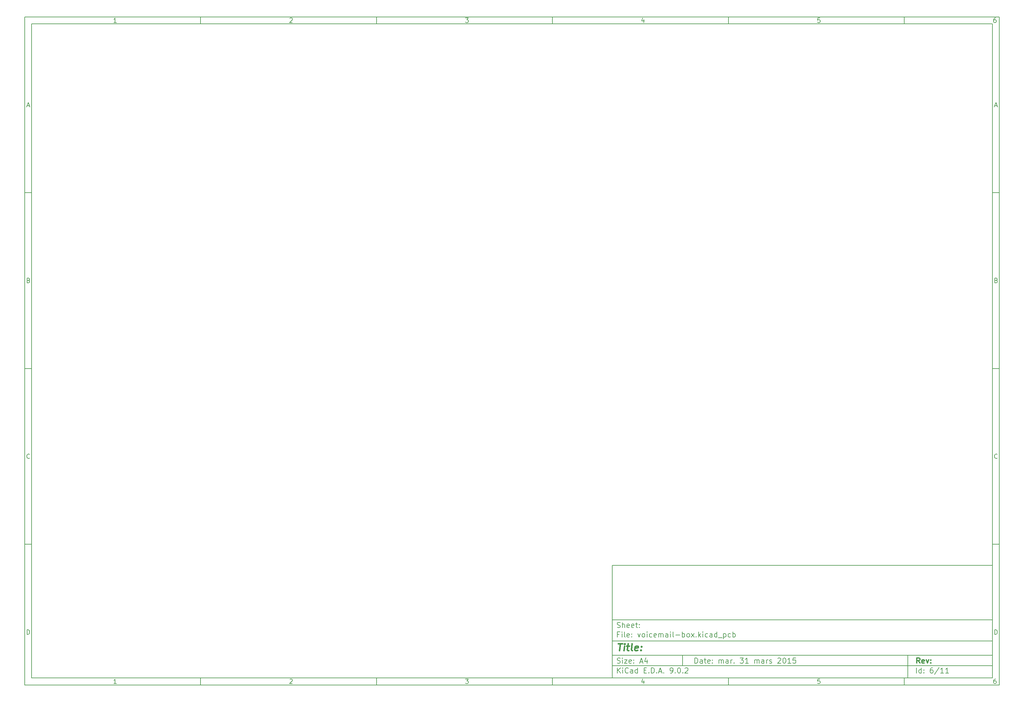
<source format=gbp>
%TF.GenerationSoftware,KiCad,Pcbnew,9.0.2*%
%TF.CreationDate,2025-05-30T11:40:44+02:00*%
%TF.ProjectId,voicemail-box,766f6963-656d-4616-996c-2d626f782e6b,rev?*%
%TF.SameCoordinates,PX5f5e100PY5f5e100*%
%TF.FileFunction,Paste,Bot*%
%TF.FilePolarity,Positive*%
%FSLAX45Y45*%
G04 Gerber Fmt 4.5, Leading zero omitted, Abs format (unit mm)*
G04 Created by KiCad (PCBNEW 9.0.2) date 2025-05-30 11:40:44*
%MOMM*%
%LPD*%
G01*
G04 APERTURE LIST*
%ADD10C,0.100000*%
%ADD11C,0.150000*%
%ADD12C,0.300000*%
%ADD13C,0.400000*%
G04 APERTURE END LIST*
D10*
D11*
X7700220Y-6600720D02*
X18500220Y-6600720D01*
X18500220Y-9800720D01*
X7700220Y-9800720D01*
X7700220Y-6600720D01*
D10*
D11*
X-9000000Y9000000D02*
X18700220Y9000000D01*
X18700220Y-10000720D01*
X-9000000Y-10000720D01*
X-9000000Y9000000D01*
D10*
D11*
X-8800000Y8800000D02*
X18500220Y8800000D01*
X18500220Y-9800720D01*
X-8800000Y-9800720D01*
X-8800000Y8800000D01*
D10*
D11*
X-4000000Y8800000D02*
X-4000000Y9000000D01*
D10*
D11*
X1000000Y8800000D02*
X1000000Y9000000D01*
D10*
D11*
X6000000Y8800000D02*
X6000000Y9000000D01*
D10*
D11*
X11000000Y8800000D02*
X11000000Y9000000D01*
D10*
D11*
X16000000Y8800000D02*
X16000000Y9000000D01*
D10*
D11*
X-6391084Y8840640D02*
X-6465370Y8840640D01*
X-6428227Y8840640D02*
X-6428227Y8970640D01*
X-6428227Y8970640D02*
X-6440608Y8952068D01*
X-6440608Y8952068D02*
X-6452989Y8939687D01*
X-6452989Y8939687D02*
X-6465370Y8933497D01*
D10*
D11*
X-1465370Y8958259D02*
X-1459179Y8964449D01*
X-1459179Y8964449D02*
X-1446798Y8970640D01*
X-1446798Y8970640D02*
X-1415846Y8970640D01*
X-1415846Y8970640D02*
X-1403465Y8964449D01*
X-1403465Y8964449D02*
X-1397275Y8958259D01*
X-1397275Y8958259D02*
X-1391084Y8945878D01*
X-1391084Y8945878D02*
X-1391084Y8933497D01*
X-1391084Y8933497D02*
X-1397275Y8914925D01*
X-1397275Y8914925D02*
X-1471560Y8840640D01*
X-1471560Y8840640D02*
X-1391084Y8840640D01*
D10*
D11*
X3528440Y8970640D02*
X3608916Y8970640D01*
X3608916Y8970640D02*
X3565583Y8921116D01*
X3565583Y8921116D02*
X3584154Y8921116D01*
X3584154Y8921116D02*
X3596535Y8914925D01*
X3596535Y8914925D02*
X3602725Y8908735D01*
X3602725Y8908735D02*
X3608916Y8896354D01*
X3608916Y8896354D02*
X3608916Y8865402D01*
X3608916Y8865402D02*
X3602725Y8853021D01*
X3602725Y8853021D02*
X3596535Y8846830D01*
X3596535Y8846830D02*
X3584154Y8840640D01*
X3584154Y8840640D02*
X3547011Y8840640D01*
X3547011Y8840640D02*
X3534630Y8846830D01*
X3534630Y8846830D02*
X3528440Y8853021D01*
D10*
D11*
X8596535Y8927306D02*
X8596535Y8840640D01*
X8565583Y8976830D02*
X8534630Y8883973D01*
X8534630Y8883973D02*
X8615106Y8883973D01*
D10*
D11*
X13602725Y8970640D02*
X13540821Y8970640D01*
X13540821Y8970640D02*
X13534630Y8908735D01*
X13534630Y8908735D02*
X13540821Y8914925D01*
X13540821Y8914925D02*
X13553202Y8921116D01*
X13553202Y8921116D02*
X13584154Y8921116D01*
X13584154Y8921116D02*
X13596535Y8914925D01*
X13596535Y8914925D02*
X13602725Y8908735D01*
X13602725Y8908735D02*
X13608916Y8896354D01*
X13608916Y8896354D02*
X13608916Y8865402D01*
X13608916Y8865402D02*
X13602725Y8853021D01*
X13602725Y8853021D02*
X13596535Y8846830D01*
X13596535Y8846830D02*
X13584154Y8840640D01*
X13584154Y8840640D02*
X13553202Y8840640D01*
X13553202Y8840640D02*
X13540821Y8846830D01*
X13540821Y8846830D02*
X13534630Y8853021D01*
D10*
D11*
X18596535Y8970640D02*
X18571773Y8970640D01*
X18571773Y8970640D02*
X18559392Y8964449D01*
X18559392Y8964449D02*
X18553202Y8958259D01*
X18553202Y8958259D02*
X18540821Y8939687D01*
X18540821Y8939687D02*
X18534630Y8914925D01*
X18534630Y8914925D02*
X18534630Y8865402D01*
X18534630Y8865402D02*
X18540821Y8853021D01*
X18540821Y8853021D02*
X18547011Y8846830D01*
X18547011Y8846830D02*
X18559392Y8840640D01*
X18559392Y8840640D02*
X18584154Y8840640D01*
X18584154Y8840640D02*
X18596535Y8846830D01*
X18596535Y8846830D02*
X18602726Y8853021D01*
X18602726Y8853021D02*
X18608916Y8865402D01*
X18608916Y8865402D02*
X18608916Y8896354D01*
X18608916Y8896354D02*
X18602726Y8908735D01*
X18602726Y8908735D02*
X18596535Y8914925D01*
X18596535Y8914925D02*
X18584154Y8921116D01*
X18584154Y8921116D02*
X18559392Y8921116D01*
X18559392Y8921116D02*
X18547011Y8914925D01*
X18547011Y8914925D02*
X18540821Y8908735D01*
X18540821Y8908735D02*
X18534630Y8896354D01*
D10*
D11*
X-4000000Y-9800720D02*
X-4000000Y-10000720D01*
D10*
D11*
X1000000Y-9800720D02*
X1000000Y-10000720D01*
D10*
D11*
X6000000Y-9800720D02*
X6000000Y-10000720D01*
D10*
D11*
X11000000Y-9800720D02*
X11000000Y-10000720D01*
D10*
D11*
X16000000Y-9800720D02*
X16000000Y-10000720D01*
D10*
D11*
X-6391084Y-9960080D02*
X-6465370Y-9960080D01*
X-6428227Y-9960080D02*
X-6428227Y-9830080D01*
X-6428227Y-9830080D02*
X-6440608Y-9848652D01*
X-6440608Y-9848652D02*
X-6452989Y-9861033D01*
X-6452989Y-9861033D02*
X-6465370Y-9867223D01*
D10*
D11*
X-1465370Y-9842461D02*
X-1459179Y-9836271D01*
X-1459179Y-9836271D02*
X-1446798Y-9830080D01*
X-1446798Y-9830080D02*
X-1415846Y-9830080D01*
X-1415846Y-9830080D02*
X-1403465Y-9836271D01*
X-1403465Y-9836271D02*
X-1397275Y-9842461D01*
X-1397275Y-9842461D02*
X-1391084Y-9854842D01*
X-1391084Y-9854842D02*
X-1391084Y-9867223D01*
X-1391084Y-9867223D02*
X-1397275Y-9885795D01*
X-1397275Y-9885795D02*
X-1471560Y-9960080D01*
X-1471560Y-9960080D02*
X-1391084Y-9960080D01*
D10*
D11*
X3528440Y-9830080D02*
X3608916Y-9830080D01*
X3608916Y-9830080D02*
X3565583Y-9879604D01*
X3565583Y-9879604D02*
X3584154Y-9879604D01*
X3584154Y-9879604D02*
X3596535Y-9885795D01*
X3596535Y-9885795D02*
X3602725Y-9891985D01*
X3602725Y-9891985D02*
X3608916Y-9904366D01*
X3608916Y-9904366D02*
X3608916Y-9935319D01*
X3608916Y-9935319D02*
X3602725Y-9947700D01*
X3602725Y-9947700D02*
X3596535Y-9953890D01*
X3596535Y-9953890D02*
X3584154Y-9960080D01*
X3584154Y-9960080D02*
X3547011Y-9960080D01*
X3547011Y-9960080D02*
X3534630Y-9953890D01*
X3534630Y-9953890D02*
X3528440Y-9947700D01*
D10*
D11*
X8596535Y-9873414D02*
X8596535Y-9960080D01*
X8565583Y-9823890D02*
X8534630Y-9916747D01*
X8534630Y-9916747D02*
X8615106Y-9916747D01*
D10*
D11*
X13602725Y-9830080D02*
X13540821Y-9830080D01*
X13540821Y-9830080D02*
X13534630Y-9891985D01*
X13534630Y-9891985D02*
X13540821Y-9885795D01*
X13540821Y-9885795D02*
X13553202Y-9879604D01*
X13553202Y-9879604D02*
X13584154Y-9879604D01*
X13584154Y-9879604D02*
X13596535Y-9885795D01*
X13596535Y-9885795D02*
X13602725Y-9891985D01*
X13602725Y-9891985D02*
X13608916Y-9904366D01*
X13608916Y-9904366D02*
X13608916Y-9935319D01*
X13608916Y-9935319D02*
X13602725Y-9947700D01*
X13602725Y-9947700D02*
X13596535Y-9953890D01*
X13596535Y-9953890D02*
X13584154Y-9960080D01*
X13584154Y-9960080D02*
X13553202Y-9960080D01*
X13553202Y-9960080D02*
X13540821Y-9953890D01*
X13540821Y-9953890D02*
X13534630Y-9947700D01*
D10*
D11*
X18596535Y-9830080D02*
X18571773Y-9830080D01*
X18571773Y-9830080D02*
X18559392Y-9836271D01*
X18559392Y-9836271D02*
X18553202Y-9842461D01*
X18553202Y-9842461D02*
X18540821Y-9861033D01*
X18540821Y-9861033D02*
X18534630Y-9885795D01*
X18534630Y-9885795D02*
X18534630Y-9935319D01*
X18534630Y-9935319D02*
X18540821Y-9947700D01*
X18540821Y-9947700D02*
X18547011Y-9953890D01*
X18547011Y-9953890D02*
X18559392Y-9960080D01*
X18559392Y-9960080D02*
X18584154Y-9960080D01*
X18584154Y-9960080D02*
X18596535Y-9953890D01*
X18596535Y-9953890D02*
X18602726Y-9947700D01*
X18602726Y-9947700D02*
X18608916Y-9935319D01*
X18608916Y-9935319D02*
X18608916Y-9904366D01*
X18608916Y-9904366D02*
X18602726Y-9891985D01*
X18602726Y-9891985D02*
X18596535Y-9885795D01*
X18596535Y-9885795D02*
X18584154Y-9879604D01*
X18584154Y-9879604D02*
X18559392Y-9879604D01*
X18559392Y-9879604D02*
X18547011Y-9885795D01*
X18547011Y-9885795D02*
X18540821Y-9891985D01*
X18540821Y-9891985D02*
X18534630Y-9904366D01*
D10*
D11*
X-9000000Y4000000D02*
X-8800000Y4000000D01*
D10*
D11*
X-9000000Y-1000000D02*
X-8800000Y-1000000D01*
D10*
D11*
X-9000000Y-6000000D02*
X-8800000Y-6000000D01*
D10*
D11*
X-8930952Y6477782D02*
X-8869048Y6477782D01*
X-8943333Y6440640D02*
X-8900000Y6570640D01*
X-8900000Y6570640D02*
X-8856667Y6440640D01*
D10*
D11*
X-8890714Y1508735D02*
X-8872143Y1502544D01*
X-8872143Y1502544D02*
X-8865952Y1496354D01*
X-8865952Y1496354D02*
X-8859762Y1483973D01*
X-8859762Y1483973D02*
X-8859762Y1465401D01*
X-8859762Y1465401D02*
X-8865952Y1453020D01*
X-8865952Y1453020D02*
X-8872143Y1446830D01*
X-8872143Y1446830D02*
X-8884524Y1440640D01*
X-8884524Y1440640D02*
X-8934048Y1440640D01*
X-8934048Y1440640D02*
X-8934048Y1570640D01*
X-8934048Y1570640D02*
X-8890714Y1570640D01*
X-8890714Y1570640D02*
X-8878333Y1564449D01*
X-8878333Y1564449D02*
X-8872143Y1558259D01*
X-8872143Y1558259D02*
X-8865952Y1545878D01*
X-8865952Y1545878D02*
X-8865952Y1533497D01*
X-8865952Y1533497D02*
X-8872143Y1521116D01*
X-8872143Y1521116D02*
X-8878333Y1514925D01*
X-8878333Y1514925D02*
X-8890714Y1508735D01*
X-8890714Y1508735D02*
X-8934048Y1508735D01*
D10*
D11*
X-8859762Y-3546979D02*
X-8865952Y-3553170D01*
X-8865952Y-3553170D02*
X-8884524Y-3559360D01*
X-8884524Y-3559360D02*
X-8896905Y-3559360D01*
X-8896905Y-3559360D02*
X-8915476Y-3553170D01*
X-8915476Y-3553170D02*
X-8927857Y-3540789D01*
X-8927857Y-3540789D02*
X-8934048Y-3528408D01*
X-8934048Y-3528408D02*
X-8940238Y-3503646D01*
X-8940238Y-3503646D02*
X-8940238Y-3485075D01*
X-8940238Y-3485075D02*
X-8934048Y-3460313D01*
X-8934048Y-3460313D02*
X-8927857Y-3447932D01*
X-8927857Y-3447932D02*
X-8915476Y-3435551D01*
X-8915476Y-3435551D02*
X-8896905Y-3429360D01*
X-8896905Y-3429360D02*
X-8884524Y-3429360D01*
X-8884524Y-3429360D02*
X-8865952Y-3435551D01*
X-8865952Y-3435551D02*
X-8859762Y-3441741D01*
D10*
D11*
X-8934048Y-8559360D02*
X-8934048Y-8429360D01*
X-8934048Y-8429360D02*
X-8903095Y-8429360D01*
X-8903095Y-8429360D02*
X-8884524Y-8435551D01*
X-8884524Y-8435551D02*
X-8872143Y-8447932D01*
X-8872143Y-8447932D02*
X-8865952Y-8460313D01*
X-8865952Y-8460313D02*
X-8859762Y-8485075D01*
X-8859762Y-8485075D02*
X-8859762Y-8503646D01*
X-8859762Y-8503646D02*
X-8865952Y-8528408D01*
X-8865952Y-8528408D02*
X-8872143Y-8540789D01*
X-8872143Y-8540789D02*
X-8884524Y-8553170D01*
X-8884524Y-8553170D02*
X-8903095Y-8559360D01*
X-8903095Y-8559360D02*
X-8934048Y-8559360D01*
D10*
D11*
X18700220Y4000000D02*
X18500220Y4000000D01*
D10*
D11*
X18700220Y-1000000D02*
X18500220Y-1000000D01*
D10*
D11*
X18700220Y-6000000D02*
X18500220Y-6000000D01*
D10*
D11*
X18569268Y6477782D02*
X18631172Y6477782D01*
X18556887Y6440640D02*
X18600220Y6570640D01*
X18600220Y6570640D02*
X18643553Y6440640D01*
D10*
D11*
X18609506Y1508735D02*
X18628077Y1502544D01*
X18628077Y1502544D02*
X18634268Y1496354D01*
X18634268Y1496354D02*
X18640458Y1483973D01*
X18640458Y1483973D02*
X18640458Y1465401D01*
X18640458Y1465401D02*
X18634268Y1453020D01*
X18634268Y1453020D02*
X18628077Y1446830D01*
X18628077Y1446830D02*
X18615696Y1440640D01*
X18615696Y1440640D02*
X18566172Y1440640D01*
X18566172Y1440640D02*
X18566172Y1570640D01*
X18566172Y1570640D02*
X18609506Y1570640D01*
X18609506Y1570640D02*
X18621887Y1564449D01*
X18621887Y1564449D02*
X18628077Y1558259D01*
X18628077Y1558259D02*
X18634268Y1545878D01*
X18634268Y1545878D02*
X18634268Y1533497D01*
X18634268Y1533497D02*
X18628077Y1521116D01*
X18628077Y1521116D02*
X18621887Y1514925D01*
X18621887Y1514925D02*
X18609506Y1508735D01*
X18609506Y1508735D02*
X18566172Y1508735D01*
D10*
D11*
X18640458Y-3546979D02*
X18634268Y-3553170D01*
X18634268Y-3553170D02*
X18615696Y-3559360D01*
X18615696Y-3559360D02*
X18603315Y-3559360D01*
X18603315Y-3559360D02*
X18584744Y-3553170D01*
X18584744Y-3553170D02*
X18572363Y-3540789D01*
X18572363Y-3540789D02*
X18566172Y-3528408D01*
X18566172Y-3528408D02*
X18559982Y-3503646D01*
X18559982Y-3503646D02*
X18559982Y-3485075D01*
X18559982Y-3485075D02*
X18566172Y-3460313D01*
X18566172Y-3460313D02*
X18572363Y-3447932D01*
X18572363Y-3447932D02*
X18584744Y-3435551D01*
X18584744Y-3435551D02*
X18603315Y-3429360D01*
X18603315Y-3429360D02*
X18615696Y-3429360D01*
X18615696Y-3429360D02*
X18634268Y-3435551D01*
X18634268Y-3435551D02*
X18640458Y-3441741D01*
D10*
D11*
X18566172Y-8559360D02*
X18566172Y-8429360D01*
X18566172Y-8429360D02*
X18597125Y-8429360D01*
X18597125Y-8429360D02*
X18615696Y-8435551D01*
X18615696Y-8435551D02*
X18628077Y-8447932D01*
X18628077Y-8447932D02*
X18634268Y-8460313D01*
X18634268Y-8460313D02*
X18640458Y-8485075D01*
X18640458Y-8485075D02*
X18640458Y-8503646D01*
X18640458Y-8503646D02*
X18634268Y-8528408D01*
X18634268Y-8528408D02*
X18628077Y-8540789D01*
X18628077Y-8540789D02*
X18615696Y-8553170D01*
X18615696Y-8553170D02*
X18597125Y-8559360D01*
X18597125Y-8559360D02*
X18566172Y-8559360D01*
D10*
D11*
X10045803Y-9379333D02*
X10045803Y-9229333D01*
X10045803Y-9229333D02*
X10081517Y-9229333D01*
X10081517Y-9229333D02*
X10102946Y-9236476D01*
X10102946Y-9236476D02*
X10117231Y-9250761D01*
X10117231Y-9250761D02*
X10124374Y-9265047D01*
X10124374Y-9265047D02*
X10131517Y-9293619D01*
X10131517Y-9293619D02*
X10131517Y-9315047D01*
X10131517Y-9315047D02*
X10124374Y-9343619D01*
X10124374Y-9343619D02*
X10117231Y-9357904D01*
X10117231Y-9357904D02*
X10102946Y-9372190D01*
X10102946Y-9372190D02*
X10081517Y-9379333D01*
X10081517Y-9379333D02*
X10045803Y-9379333D01*
X10260088Y-9379333D02*
X10260088Y-9300761D01*
X10260088Y-9300761D02*
X10252946Y-9286476D01*
X10252946Y-9286476D02*
X10238660Y-9279333D01*
X10238660Y-9279333D02*
X10210088Y-9279333D01*
X10210088Y-9279333D02*
X10195803Y-9286476D01*
X10260088Y-9372190D02*
X10245803Y-9379333D01*
X10245803Y-9379333D02*
X10210088Y-9379333D01*
X10210088Y-9379333D02*
X10195803Y-9372190D01*
X10195803Y-9372190D02*
X10188660Y-9357904D01*
X10188660Y-9357904D02*
X10188660Y-9343619D01*
X10188660Y-9343619D02*
X10195803Y-9329333D01*
X10195803Y-9329333D02*
X10210088Y-9322190D01*
X10210088Y-9322190D02*
X10245803Y-9322190D01*
X10245803Y-9322190D02*
X10260088Y-9315047D01*
X10310088Y-9279333D02*
X10367231Y-9279333D01*
X10331517Y-9229333D02*
X10331517Y-9357904D01*
X10331517Y-9357904D02*
X10338660Y-9372190D01*
X10338660Y-9372190D02*
X10352946Y-9379333D01*
X10352946Y-9379333D02*
X10367231Y-9379333D01*
X10474374Y-9372190D02*
X10460088Y-9379333D01*
X10460088Y-9379333D02*
X10431517Y-9379333D01*
X10431517Y-9379333D02*
X10417231Y-9372190D01*
X10417231Y-9372190D02*
X10410088Y-9357904D01*
X10410088Y-9357904D02*
X10410088Y-9300761D01*
X10410088Y-9300761D02*
X10417231Y-9286476D01*
X10417231Y-9286476D02*
X10431517Y-9279333D01*
X10431517Y-9279333D02*
X10460088Y-9279333D01*
X10460088Y-9279333D02*
X10474374Y-9286476D01*
X10474374Y-9286476D02*
X10481517Y-9300761D01*
X10481517Y-9300761D02*
X10481517Y-9315047D01*
X10481517Y-9315047D02*
X10410088Y-9329333D01*
X10545803Y-9365047D02*
X10552946Y-9372190D01*
X10552946Y-9372190D02*
X10545803Y-9379333D01*
X10545803Y-9379333D02*
X10538660Y-9372190D01*
X10538660Y-9372190D02*
X10545803Y-9365047D01*
X10545803Y-9365047D02*
X10545803Y-9379333D01*
X10545803Y-9286476D02*
X10552946Y-9293619D01*
X10552946Y-9293619D02*
X10545803Y-9300761D01*
X10545803Y-9300761D02*
X10538660Y-9293619D01*
X10538660Y-9293619D02*
X10545803Y-9286476D01*
X10545803Y-9286476D02*
X10545803Y-9300761D01*
X10731517Y-9379333D02*
X10731517Y-9279333D01*
X10731517Y-9293619D02*
X10738660Y-9286476D01*
X10738660Y-9286476D02*
X10752946Y-9279333D01*
X10752946Y-9279333D02*
X10774374Y-9279333D01*
X10774374Y-9279333D02*
X10788660Y-9286476D01*
X10788660Y-9286476D02*
X10795803Y-9300761D01*
X10795803Y-9300761D02*
X10795803Y-9379333D01*
X10795803Y-9300761D02*
X10802946Y-9286476D01*
X10802946Y-9286476D02*
X10817231Y-9279333D01*
X10817231Y-9279333D02*
X10838660Y-9279333D01*
X10838660Y-9279333D02*
X10852946Y-9286476D01*
X10852946Y-9286476D02*
X10860088Y-9300761D01*
X10860088Y-9300761D02*
X10860088Y-9379333D01*
X10995803Y-9379333D02*
X10995803Y-9300761D01*
X10995803Y-9300761D02*
X10988660Y-9286476D01*
X10988660Y-9286476D02*
X10974374Y-9279333D01*
X10974374Y-9279333D02*
X10945803Y-9279333D01*
X10945803Y-9279333D02*
X10931517Y-9286476D01*
X10995803Y-9372190D02*
X10981517Y-9379333D01*
X10981517Y-9379333D02*
X10945803Y-9379333D01*
X10945803Y-9379333D02*
X10931517Y-9372190D01*
X10931517Y-9372190D02*
X10924374Y-9357904D01*
X10924374Y-9357904D02*
X10924374Y-9343619D01*
X10924374Y-9343619D02*
X10931517Y-9329333D01*
X10931517Y-9329333D02*
X10945803Y-9322190D01*
X10945803Y-9322190D02*
X10981517Y-9322190D01*
X10981517Y-9322190D02*
X10995803Y-9315047D01*
X11067231Y-9379333D02*
X11067231Y-9279333D01*
X11067231Y-9307904D02*
X11074374Y-9293619D01*
X11074374Y-9293619D02*
X11081517Y-9286476D01*
X11081517Y-9286476D02*
X11095803Y-9279333D01*
X11095803Y-9279333D02*
X11110088Y-9279333D01*
X11160088Y-9365047D02*
X11167231Y-9372190D01*
X11167231Y-9372190D02*
X11160088Y-9379333D01*
X11160088Y-9379333D02*
X11152946Y-9372190D01*
X11152946Y-9372190D02*
X11160088Y-9365047D01*
X11160088Y-9365047D02*
X11160088Y-9379333D01*
X11331517Y-9229333D02*
X11424374Y-9229333D01*
X11424374Y-9229333D02*
X11374374Y-9286476D01*
X11374374Y-9286476D02*
X11395803Y-9286476D01*
X11395803Y-9286476D02*
X11410088Y-9293619D01*
X11410088Y-9293619D02*
X11417231Y-9300761D01*
X11417231Y-9300761D02*
X11424374Y-9315047D01*
X11424374Y-9315047D02*
X11424374Y-9350761D01*
X11424374Y-9350761D02*
X11417231Y-9365047D01*
X11417231Y-9365047D02*
X11410088Y-9372190D01*
X11410088Y-9372190D02*
X11395803Y-9379333D01*
X11395803Y-9379333D02*
X11352945Y-9379333D01*
X11352945Y-9379333D02*
X11338660Y-9372190D01*
X11338660Y-9372190D02*
X11331517Y-9365047D01*
X11567231Y-9379333D02*
X11481517Y-9379333D01*
X11524374Y-9379333D02*
X11524374Y-9229333D01*
X11524374Y-9229333D02*
X11510088Y-9250761D01*
X11510088Y-9250761D02*
X11495803Y-9265047D01*
X11495803Y-9265047D02*
X11481517Y-9272190D01*
X11745802Y-9379333D02*
X11745802Y-9279333D01*
X11745802Y-9293619D02*
X11752945Y-9286476D01*
X11752945Y-9286476D02*
X11767231Y-9279333D01*
X11767231Y-9279333D02*
X11788660Y-9279333D01*
X11788660Y-9279333D02*
X11802945Y-9286476D01*
X11802945Y-9286476D02*
X11810088Y-9300761D01*
X11810088Y-9300761D02*
X11810088Y-9379333D01*
X11810088Y-9300761D02*
X11817231Y-9286476D01*
X11817231Y-9286476D02*
X11831517Y-9279333D01*
X11831517Y-9279333D02*
X11852945Y-9279333D01*
X11852945Y-9279333D02*
X11867231Y-9286476D01*
X11867231Y-9286476D02*
X11874374Y-9300761D01*
X11874374Y-9300761D02*
X11874374Y-9379333D01*
X12010088Y-9379333D02*
X12010088Y-9300761D01*
X12010088Y-9300761D02*
X12002945Y-9286476D01*
X12002945Y-9286476D02*
X11988660Y-9279333D01*
X11988660Y-9279333D02*
X11960088Y-9279333D01*
X11960088Y-9279333D02*
X11945802Y-9286476D01*
X12010088Y-9372190D02*
X11995802Y-9379333D01*
X11995802Y-9379333D02*
X11960088Y-9379333D01*
X11960088Y-9379333D02*
X11945802Y-9372190D01*
X11945802Y-9372190D02*
X11938660Y-9357904D01*
X11938660Y-9357904D02*
X11938660Y-9343619D01*
X11938660Y-9343619D02*
X11945802Y-9329333D01*
X11945802Y-9329333D02*
X11960088Y-9322190D01*
X11960088Y-9322190D02*
X11995802Y-9322190D01*
X11995802Y-9322190D02*
X12010088Y-9315047D01*
X12081517Y-9379333D02*
X12081517Y-9279333D01*
X12081517Y-9307904D02*
X12088660Y-9293619D01*
X12088660Y-9293619D02*
X12095803Y-9286476D01*
X12095803Y-9286476D02*
X12110088Y-9279333D01*
X12110088Y-9279333D02*
X12124374Y-9279333D01*
X12167231Y-9372190D02*
X12181517Y-9379333D01*
X12181517Y-9379333D02*
X12210088Y-9379333D01*
X12210088Y-9379333D02*
X12224374Y-9372190D01*
X12224374Y-9372190D02*
X12231517Y-9357904D01*
X12231517Y-9357904D02*
X12231517Y-9350761D01*
X12231517Y-9350761D02*
X12224374Y-9336476D01*
X12224374Y-9336476D02*
X12210088Y-9329333D01*
X12210088Y-9329333D02*
X12188660Y-9329333D01*
X12188660Y-9329333D02*
X12174374Y-9322190D01*
X12174374Y-9322190D02*
X12167231Y-9307904D01*
X12167231Y-9307904D02*
X12167231Y-9300761D01*
X12167231Y-9300761D02*
X12174374Y-9286476D01*
X12174374Y-9286476D02*
X12188660Y-9279333D01*
X12188660Y-9279333D02*
X12210088Y-9279333D01*
X12210088Y-9279333D02*
X12224374Y-9286476D01*
X12402945Y-9243619D02*
X12410088Y-9236476D01*
X12410088Y-9236476D02*
X12424374Y-9229333D01*
X12424374Y-9229333D02*
X12460088Y-9229333D01*
X12460088Y-9229333D02*
X12474374Y-9236476D01*
X12474374Y-9236476D02*
X12481517Y-9243619D01*
X12481517Y-9243619D02*
X12488660Y-9257904D01*
X12488660Y-9257904D02*
X12488660Y-9272190D01*
X12488660Y-9272190D02*
X12481517Y-9293619D01*
X12481517Y-9293619D02*
X12395802Y-9379333D01*
X12395802Y-9379333D02*
X12488660Y-9379333D01*
X12581517Y-9229333D02*
X12595802Y-9229333D01*
X12595802Y-9229333D02*
X12610088Y-9236476D01*
X12610088Y-9236476D02*
X12617231Y-9243619D01*
X12617231Y-9243619D02*
X12624374Y-9257904D01*
X12624374Y-9257904D02*
X12631517Y-9286476D01*
X12631517Y-9286476D02*
X12631517Y-9322190D01*
X12631517Y-9322190D02*
X12624374Y-9350761D01*
X12624374Y-9350761D02*
X12617231Y-9365047D01*
X12617231Y-9365047D02*
X12610088Y-9372190D01*
X12610088Y-9372190D02*
X12595802Y-9379333D01*
X12595802Y-9379333D02*
X12581517Y-9379333D01*
X12581517Y-9379333D02*
X12567231Y-9372190D01*
X12567231Y-9372190D02*
X12560088Y-9365047D01*
X12560088Y-9365047D02*
X12552945Y-9350761D01*
X12552945Y-9350761D02*
X12545802Y-9322190D01*
X12545802Y-9322190D02*
X12545802Y-9286476D01*
X12545802Y-9286476D02*
X12552945Y-9257904D01*
X12552945Y-9257904D02*
X12560088Y-9243619D01*
X12560088Y-9243619D02*
X12567231Y-9236476D01*
X12567231Y-9236476D02*
X12581517Y-9229333D01*
X12774374Y-9379333D02*
X12688660Y-9379333D01*
X12731517Y-9379333D02*
X12731517Y-9229333D01*
X12731517Y-9229333D02*
X12717231Y-9250761D01*
X12717231Y-9250761D02*
X12702945Y-9265047D01*
X12702945Y-9265047D02*
X12688660Y-9272190D01*
X12910088Y-9229333D02*
X12838659Y-9229333D01*
X12838659Y-9229333D02*
X12831517Y-9300761D01*
X12831517Y-9300761D02*
X12838659Y-9293619D01*
X12838659Y-9293619D02*
X12852945Y-9286476D01*
X12852945Y-9286476D02*
X12888659Y-9286476D01*
X12888659Y-9286476D02*
X12902945Y-9293619D01*
X12902945Y-9293619D02*
X12910088Y-9300761D01*
X12910088Y-9300761D02*
X12917231Y-9315047D01*
X12917231Y-9315047D02*
X12917231Y-9350761D01*
X12917231Y-9350761D02*
X12910088Y-9365047D01*
X12910088Y-9365047D02*
X12902945Y-9372190D01*
X12902945Y-9372190D02*
X12888659Y-9379333D01*
X12888659Y-9379333D02*
X12852945Y-9379333D01*
X12852945Y-9379333D02*
X12838659Y-9372190D01*
X12838659Y-9372190D02*
X12831517Y-9365047D01*
D10*
D11*
X7700220Y-9450720D02*
X18500220Y-9450720D01*
D10*
D11*
X7845803Y-9659333D02*
X7845803Y-9509333D01*
X7931517Y-9659333D02*
X7867231Y-9573619D01*
X7931517Y-9509333D02*
X7845803Y-9595047D01*
X7995803Y-9659333D02*
X7995803Y-9559333D01*
X7995803Y-9509333D02*
X7988660Y-9516476D01*
X7988660Y-9516476D02*
X7995803Y-9523619D01*
X7995803Y-9523619D02*
X8002945Y-9516476D01*
X8002945Y-9516476D02*
X7995803Y-9509333D01*
X7995803Y-9509333D02*
X7995803Y-9523619D01*
X8152945Y-9645047D02*
X8145803Y-9652190D01*
X8145803Y-9652190D02*
X8124374Y-9659333D01*
X8124374Y-9659333D02*
X8110088Y-9659333D01*
X8110088Y-9659333D02*
X8088660Y-9652190D01*
X8088660Y-9652190D02*
X8074374Y-9637904D01*
X8074374Y-9637904D02*
X8067231Y-9623619D01*
X8067231Y-9623619D02*
X8060088Y-9595047D01*
X8060088Y-9595047D02*
X8060088Y-9573619D01*
X8060088Y-9573619D02*
X8067231Y-9545047D01*
X8067231Y-9545047D02*
X8074374Y-9530761D01*
X8074374Y-9530761D02*
X8088660Y-9516476D01*
X8088660Y-9516476D02*
X8110088Y-9509333D01*
X8110088Y-9509333D02*
X8124374Y-9509333D01*
X8124374Y-9509333D02*
X8145803Y-9516476D01*
X8145803Y-9516476D02*
X8152945Y-9523619D01*
X8281517Y-9659333D02*
X8281517Y-9580761D01*
X8281517Y-9580761D02*
X8274374Y-9566476D01*
X8274374Y-9566476D02*
X8260088Y-9559333D01*
X8260088Y-9559333D02*
X8231517Y-9559333D01*
X8231517Y-9559333D02*
X8217231Y-9566476D01*
X8281517Y-9652190D02*
X8267231Y-9659333D01*
X8267231Y-9659333D02*
X8231517Y-9659333D01*
X8231517Y-9659333D02*
X8217231Y-9652190D01*
X8217231Y-9652190D02*
X8210088Y-9637904D01*
X8210088Y-9637904D02*
X8210088Y-9623619D01*
X8210088Y-9623619D02*
X8217231Y-9609333D01*
X8217231Y-9609333D02*
X8231517Y-9602190D01*
X8231517Y-9602190D02*
X8267231Y-9602190D01*
X8267231Y-9602190D02*
X8281517Y-9595047D01*
X8417231Y-9659333D02*
X8417231Y-9509333D01*
X8417231Y-9652190D02*
X8402946Y-9659333D01*
X8402946Y-9659333D02*
X8374374Y-9659333D01*
X8374374Y-9659333D02*
X8360088Y-9652190D01*
X8360088Y-9652190D02*
X8352945Y-9645047D01*
X8352945Y-9645047D02*
X8345803Y-9630761D01*
X8345803Y-9630761D02*
X8345803Y-9587904D01*
X8345803Y-9587904D02*
X8352945Y-9573619D01*
X8352945Y-9573619D02*
X8360088Y-9566476D01*
X8360088Y-9566476D02*
X8374374Y-9559333D01*
X8374374Y-9559333D02*
X8402946Y-9559333D01*
X8402946Y-9559333D02*
X8417231Y-9566476D01*
X8602946Y-9580761D02*
X8652946Y-9580761D01*
X8674374Y-9659333D02*
X8602946Y-9659333D01*
X8602946Y-9659333D02*
X8602946Y-9509333D01*
X8602946Y-9509333D02*
X8674374Y-9509333D01*
X8738660Y-9645047D02*
X8745803Y-9652190D01*
X8745803Y-9652190D02*
X8738660Y-9659333D01*
X8738660Y-9659333D02*
X8731517Y-9652190D01*
X8731517Y-9652190D02*
X8738660Y-9645047D01*
X8738660Y-9645047D02*
X8738660Y-9659333D01*
X8810088Y-9659333D02*
X8810088Y-9509333D01*
X8810088Y-9509333D02*
X8845803Y-9509333D01*
X8845803Y-9509333D02*
X8867231Y-9516476D01*
X8867231Y-9516476D02*
X8881517Y-9530761D01*
X8881517Y-9530761D02*
X8888660Y-9545047D01*
X8888660Y-9545047D02*
X8895803Y-9573619D01*
X8895803Y-9573619D02*
X8895803Y-9595047D01*
X8895803Y-9595047D02*
X8888660Y-9623619D01*
X8888660Y-9623619D02*
X8881517Y-9637904D01*
X8881517Y-9637904D02*
X8867231Y-9652190D01*
X8867231Y-9652190D02*
X8845803Y-9659333D01*
X8845803Y-9659333D02*
X8810088Y-9659333D01*
X8960088Y-9645047D02*
X8967231Y-9652190D01*
X8967231Y-9652190D02*
X8960088Y-9659333D01*
X8960088Y-9659333D02*
X8952946Y-9652190D01*
X8952946Y-9652190D02*
X8960088Y-9645047D01*
X8960088Y-9645047D02*
X8960088Y-9659333D01*
X9024374Y-9616476D02*
X9095803Y-9616476D01*
X9010089Y-9659333D02*
X9060089Y-9509333D01*
X9060089Y-9509333D02*
X9110089Y-9659333D01*
X9160088Y-9645047D02*
X9167231Y-9652190D01*
X9167231Y-9652190D02*
X9160088Y-9659333D01*
X9160088Y-9659333D02*
X9152946Y-9652190D01*
X9152946Y-9652190D02*
X9160088Y-9645047D01*
X9160088Y-9645047D02*
X9160088Y-9659333D01*
X9352946Y-9659333D02*
X9381517Y-9659333D01*
X9381517Y-9659333D02*
X9395803Y-9652190D01*
X9395803Y-9652190D02*
X9402946Y-9645047D01*
X9402946Y-9645047D02*
X9417231Y-9623619D01*
X9417231Y-9623619D02*
X9424374Y-9595047D01*
X9424374Y-9595047D02*
X9424374Y-9537904D01*
X9424374Y-9537904D02*
X9417231Y-9523619D01*
X9417231Y-9523619D02*
X9410089Y-9516476D01*
X9410089Y-9516476D02*
X9395803Y-9509333D01*
X9395803Y-9509333D02*
X9367231Y-9509333D01*
X9367231Y-9509333D02*
X9352946Y-9516476D01*
X9352946Y-9516476D02*
X9345803Y-9523619D01*
X9345803Y-9523619D02*
X9338660Y-9537904D01*
X9338660Y-9537904D02*
X9338660Y-9573619D01*
X9338660Y-9573619D02*
X9345803Y-9587904D01*
X9345803Y-9587904D02*
X9352946Y-9595047D01*
X9352946Y-9595047D02*
X9367231Y-9602190D01*
X9367231Y-9602190D02*
X9395803Y-9602190D01*
X9395803Y-9602190D02*
X9410089Y-9595047D01*
X9410089Y-9595047D02*
X9417231Y-9587904D01*
X9417231Y-9587904D02*
X9424374Y-9573619D01*
X9488660Y-9645047D02*
X9495803Y-9652190D01*
X9495803Y-9652190D02*
X9488660Y-9659333D01*
X9488660Y-9659333D02*
X9481517Y-9652190D01*
X9481517Y-9652190D02*
X9488660Y-9645047D01*
X9488660Y-9645047D02*
X9488660Y-9659333D01*
X9588660Y-9509333D02*
X9602946Y-9509333D01*
X9602946Y-9509333D02*
X9617231Y-9516476D01*
X9617231Y-9516476D02*
X9624374Y-9523619D01*
X9624374Y-9523619D02*
X9631517Y-9537904D01*
X9631517Y-9537904D02*
X9638660Y-9566476D01*
X9638660Y-9566476D02*
X9638660Y-9602190D01*
X9638660Y-9602190D02*
X9631517Y-9630761D01*
X9631517Y-9630761D02*
X9624374Y-9645047D01*
X9624374Y-9645047D02*
X9617231Y-9652190D01*
X9617231Y-9652190D02*
X9602946Y-9659333D01*
X9602946Y-9659333D02*
X9588660Y-9659333D01*
X9588660Y-9659333D02*
X9574374Y-9652190D01*
X9574374Y-9652190D02*
X9567231Y-9645047D01*
X9567231Y-9645047D02*
X9560088Y-9630761D01*
X9560088Y-9630761D02*
X9552946Y-9602190D01*
X9552946Y-9602190D02*
X9552946Y-9566476D01*
X9552946Y-9566476D02*
X9560088Y-9537904D01*
X9560088Y-9537904D02*
X9567231Y-9523619D01*
X9567231Y-9523619D02*
X9574374Y-9516476D01*
X9574374Y-9516476D02*
X9588660Y-9509333D01*
X9702946Y-9645047D02*
X9710088Y-9652190D01*
X9710088Y-9652190D02*
X9702946Y-9659333D01*
X9702946Y-9659333D02*
X9695803Y-9652190D01*
X9695803Y-9652190D02*
X9702946Y-9645047D01*
X9702946Y-9645047D02*
X9702946Y-9659333D01*
X9767231Y-9523619D02*
X9774374Y-9516476D01*
X9774374Y-9516476D02*
X9788660Y-9509333D01*
X9788660Y-9509333D02*
X9824374Y-9509333D01*
X9824374Y-9509333D02*
X9838660Y-9516476D01*
X9838660Y-9516476D02*
X9845803Y-9523619D01*
X9845803Y-9523619D02*
X9852946Y-9537904D01*
X9852946Y-9537904D02*
X9852946Y-9552190D01*
X9852946Y-9552190D02*
X9845803Y-9573619D01*
X9845803Y-9573619D02*
X9760088Y-9659333D01*
X9760088Y-9659333D02*
X9852946Y-9659333D01*
D10*
D11*
X7700220Y-9150720D02*
X18500220Y-9150720D01*
D10*
D12*
X16441385Y-9378553D02*
X16391385Y-9307124D01*
X16355671Y-9378553D02*
X16355671Y-9228553D01*
X16355671Y-9228553D02*
X16412814Y-9228553D01*
X16412814Y-9228553D02*
X16427100Y-9235696D01*
X16427100Y-9235696D02*
X16434242Y-9242839D01*
X16434242Y-9242839D02*
X16441385Y-9257124D01*
X16441385Y-9257124D02*
X16441385Y-9278553D01*
X16441385Y-9278553D02*
X16434242Y-9292839D01*
X16434242Y-9292839D02*
X16427100Y-9299981D01*
X16427100Y-9299981D02*
X16412814Y-9307124D01*
X16412814Y-9307124D02*
X16355671Y-9307124D01*
X16562814Y-9371410D02*
X16548528Y-9378553D01*
X16548528Y-9378553D02*
X16519957Y-9378553D01*
X16519957Y-9378553D02*
X16505671Y-9371410D01*
X16505671Y-9371410D02*
X16498528Y-9357124D01*
X16498528Y-9357124D02*
X16498528Y-9299981D01*
X16498528Y-9299981D02*
X16505671Y-9285696D01*
X16505671Y-9285696D02*
X16519957Y-9278553D01*
X16519957Y-9278553D02*
X16548528Y-9278553D01*
X16548528Y-9278553D02*
X16562814Y-9285696D01*
X16562814Y-9285696D02*
X16569957Y-9299981D01*
X16569957Y-9299981D02*
X16569957Y-9314267D01*
X16569957Y-9314267D02*
X16498528Y-9328553D01*
X16619957Y-9278553D02*
X16655671Y-9378553D01*
X16655671Y-9378553D02*
X16691385Y-9278553D01*
X16748528Y-9364267D02*
X16755671Y-9371410D01*
X16755671Y-9371410D02*
X16748528Y-9378553D01*
X16748528Y-9378553D02*
X16741385Y-9371410D01*
X16741385Y-9371410D02*
X16748528Y-9364267D01*
X16748528Y-9364267D02*
X16748528Y-9378553D01*
X16748528Y-9285696D02*
X16755671Y-9292839D01*
X16755671Y-9292839D02*
X16748528Y-9299981D01*
X16748528Y-9299981D02*
X16741385Y-9292839D01*
X16741385Y-9292839D02*
X16748528Y-9285696D01*
X16748528Y-9285696D02*
X16748528Y-9299981D01*
D10*
D11*
X7838660Y-9372190D02*
X7860088Y-9379333D01*
X7860088Y-9379333D02*
X7895803Y-9379333D01*
X7895803Y-9379333D02*
X7910088Y-9372190D01*
X7910088Y-9372190D02*
X7917231Y-9365047D01*
X7917231Y-9365047D02*
X7924374Y-9350761D01*
X7924374Y-9350761D02*
X7924374Y-9336476D01*
X7924374Y-9336476D02*
X7917231Y-9322190D01*
X7917231Y-9322190D02*
X7910088Y-9315047D01*
X7910088Y-9315047D02*
X7895803Y-9307904D01*
X7895803Y-9307904D02*
X7867231Y-9300761D01*
X7867231Y-9300761D02*
X7852945Y-9293619D01*
X7852945Y-9293619D02*
X7845803Y-9286476D01*
X7845803Y-9286476D02*
X7838660Y-9272190D01*
X7838660Y-9272190D02*
X7838660Y-9257904D01*
X7838660Y-9257904D02*
X7845803Y-9243619D01*
X7845803Y-9243619D02*
X7852945Y-9236476D01*
X7852945Y-9236476D02*
X7867231Y-9229333D01*
X7867231Y-9229333D02*
X7902945Y-9229333D01*
X7902945Y-9229333D02*
X7924374Y-9236476D01*
X7988660Y-9379333D02*
X7988660Y-9279333D01*
X7988660Y-9229333D02*
X7981517Y-9236476D01*
X7981517Y-9236476D02*
X7988660Y-9243619D01*
X7988660Y-9243619D02*
X7995803Y-9236476D01*
X7995803Y-9236476D02*
X7988660Y-9229333D01*
X7988660Y-9229333D02*
X7988660Y-9243619D01*
X8045803Y-9279333D02*
X8124374Y-9279333D01*
X8124374Y-9279333D02*
X8045803Y-9379333D01*
X8045803Y-9379333D02*
X8124374Y-9379333D01*
X8238660Y-9372190D02*
X8224374Y-9379333D01*
X8224374Y-9379333D02*
X8195803Y-9379333D01*
X8195803Y-9379333D02*
X8181517Y-9372190D01*
X8181517Y-9372190D02*
X8174374Y-9357904D01*
X8174374Y-9357904D02*
X8174374Y-9300761D01*
X8174374Y-9300761D02*
X8181517Y-9286476D01*
X8181517Y-9286476D02*
X8195803Y-9279333D01*
X8195803Y-9279333D02*
X8224374Y-9279333D01*
X8224374Y-9279333D02*
X8238660Y-9286476D01*
X8238660Y-9286476D02*
X8245803Y-9300761D01*
X8245803Y-9300761D02*
X8245803Y-9315047D01*
X8245803Y-9315047D02*
X8174374Y-9329333D01*
X8310088Y-9365047D02*
X8317231Y-9372190D01*
X8317231Y-9372190D02*
X8310088Y-9379333D01*
X8310088Y-9379333D02*
X8302945Y-9372190D01*
X8302945Y-9372190D02*
X8310088Y-9365047D01*
X8310088Y-9365047D02*
X8310088Y-9379333D01*
X8310088Y-9286476D02*
X8317231Y-9293619D01*
X8317231Y-9293619D02*
X8310088Y-9300761D01*
X8310088Y-9300761D02*
X8302945Y-9293619D01*
X8302945Y-9293619D02*
X8310088Y-9286476D01*
X8310088Y-9286476D02*
X8310088Y-9300761D01*
X8488660Y-9336476D02*
X8560088Y-9336476D01*
X8474374Y-9379333D02*
X8524374Y-9229333D01*
X8524374Y-9229333D02*
X8574374Y-9379333D01*
X8688660Y-9279333D02*
X8688660Y-9379333D01*
X8652946Y-9222190D02*
X8617231Y-9329333D01*
X8617231Y-9329333D02*
X8710088Y-9329333D01*
D10*
D11*
X16345803Y-9659333D02*
X16345803Y-9509333D01*
X16481517Y-9659333D02*
X16481517Y-9509333D01*
X16481517Y-9652190D02*
X16467231Y-9659333D01*
X16467231Y-9659333D02*
X16438660Y-9659333D01*
X16438660Y-9659333D02*
X16424374Y-9652190D01*
X16424374Y-9652190D02*
X16417231Y-9645047D01*
X16417231Y-9645047D02*
X16410088Y-9630761D01*
X16410088Y-9630761D02*
X16410088Y-9587904D01*
X16410088Y-9587904D02*
X16417231Y-9573619D01*
X16417231Y-9573619D02*
X16424374Y-9566476D01*
X16424374Y-9566476D02*
X16438660Y-9559333D01*
X16438660Y-9559333D02*
X16467231Y-9559333D01*
X16467231Y-9559333D02*
X16481517Y-9566476D01*
X16552945Y-9645047D02*
X16560088Y-9652190D01*
X16560088Y-9652190D02*
X16552945Y-9659333D01*
X16552945Y-9659333D02*
X16545803Y-9652190D01*
X16545803Y-9652190D02*
X16552945Y-9645047D01*
X16552945Y-9645047D02*
X16552945Y-9659333D01*
X16552945Y-9566476D02*
X16560088Y-9573619D01*
X16560088Y-9573619D02*
X16552945Y-9580761D01*
X16552945Y-9580761D02*
X16545803Y-9573619D01*
X16545803Y-9573619D02*
X16552945Y-9566476D01*
X16552945Y-9566476D02*
X16552945Y-9580761D01*
X16802946Y-9509333D02*
X16774374Y-9509333D01*
X16774374Y-9509333D02*
X16760088Y-9516476D01*
X16760088Y-9516476D02*
X16752946Y-9523619D01*
X16752946Y-9523619D02*
X16738660Y-9545047D01*
X16738660Y-9545047D02*
X16731517Y-9573619D01*
X16731517Y-9573619D02*
X16731517Y-9630761D01*
X16731517Y-9630761D02*
X16738660Y-9645047D01*
X16738660Y-9645047D02*
X16745803Y-9652190D01*
X16745803Y-9652190D02*
X16760088Y-9659333D01*
X16760088Y-9659333D02*
X16788660Y-9659333D01*
X16788660Y-9659333D02*
X16802946Y-9652190D01*
X16802946Y-9652190D02*
X16810088Y-9645047D01*
X16810088Y-9645047D02*
X16817231Y-9630761D01*
X16817231Y-9630761D02*
X16817231Y-9595047D01*
X16817231Y-9595047D02*
X16810088Y-9580761D01*
X16810088Y-9580761D02*
X16802946Y-9573619D01*
X16802946Y-9573619D02*
X16788660Y-9566476D01*
X16788660Y-9566476D02*
X16760088Y-9566476D01*
X16760088Y-9566476D02*
X16745803Y-9573619D01*
X16745803Y-9573619D02*
X16738660Y-9580761D01*
X16738660Y-9580761D02*
X16731517Y-9595047D01*
X16988660Y-9502190D02*
X16860088Y-9695047D01*
X17117231Y-9659333D02*
X17031517Y-9659333D01*
X17074374Y-9659333D02*
X17074374Y-9509333D01*
X17074374Y-9509333D02*
X17060088Y-9530761D01*
X17060088Y-9530761D02*
X17045803Y-9545047D01*
X17045803Y-9545047D02*
X17031517Y-9552190D01*
X17260088Y-9659333D02*
X17174374Y-9659333D01*
X17217231Y-9659333D02*
X17217231Y-9509333D01*
X17217231Y-9509333D02*
X17202946Y-9530761D01*
X17202946Y-9530761D02*
X17188660Y-9545047D01*
X17188660Y-9545047D02*
X17174374Y-9552190D01*
D10*
D11*
X7700220Y-8750720D02*
X18500220Y-8750720D01*
D10*
D13*
X7869393Y-8821164D02*
X7983678Y-8821164D01*
X7901536Y-9021164D02*
X7926536Y-8821164D01*
X8025345Y-9021164D02*
X8042012Y-8887830D01*
X8050345Y-8821164D02*
X8039631Y-8830688D01*
X8039631Y-8830688D02*
X8047964Y-8840211D01*
X8047964Y-8840211D02*
X8058679Y-8830688D01*
X8058679Y-8830688D02*
X8050345Y-8821164D01*
X8050345Y-8821164D02*
X8047964Y-8840211D01*
X8108679Y-8887830D02*
X8184869Y-8887830D01*
X8145583Y-8821164D02*
X8124155Y-8992592D01*
X8124155Y-8992592D02*
X8131298Y-9011640D01*
X8131298Y-9011640D02*
X8149155Y-9021164D01*
X8149155Y-9021164D02*
X8168202Y-9021164D01*
X8263440Y-9021164D02*
X8245583Y-9011640D01*
X8245583Y-9011640D02*
X8238440Y-8992592D01*
X8238440Y-8992592D02*
X8259869Y-8821164D01*
X8417012Y-9011640D02*
X8396774Y-9021164D01*
X8396774Y-9021164D02*
X8358678Y-9021164D01*
X8358678Y-9021164D02*
X8340821Y-9011640D01*
X8340821Y-9011640D02*
X8333678Y-8992592D01*
X8333678Y-8992592D02*
X8343202Y-8916402D01*
X8343202Y-8916402D02*
X8355107Y-8897354D01*
X8355107Y-8897354D02*
X8375345Y-8887830D01*
X8375345Y-8887830D02*
X8413440Y-8887830D01*
X8413440Y-8887830D02*
X8431298Y-8897354D01*
X8431298Y-8897354D02*
X8438440Y-8916402D01*
X8438440Y-8916402D02*
X8436060Y-8935450D01*
X8436060Y-8935450D02*
X8338440Y-8954497D01*
X8513441Y-9002116D02*
X8521774Y-9011640D01*
X8521774Y-9011640D02*
X8511060Y-9021164D01*
X8511060Y-9021164D02*
X8502726Y-9011640D01*
X8502726Y-9011640D02*
X8513441Y-9002116D01*
X8513441Y-9002116D02*
X8511060Y-9021164D01*
X8526536Y-8897354D02*
X8534869Y-8906878D01*
X8534869Y-8906878D02*
X8524155Y-8916402D01*
X8524155Y-8916402D02*
X8515821Y-8906878D01*
X8515821Y-8906878D02*
X8526536Y-8897354D01*
X8526536Y-8897354D02*
X8524155Y-8916402D01*
D10*
D11*
X7895803Y-8560761D02*
X7845803Y-8560761D01*
X7845803Y-8639333D02*
X7845803Y-8489333D01*
X7845803Y-8489333D02*
X7917231Y-8489333D01*
X7974374Y-8639333D02*
X7974374Y-8539333D01*
X7974374Y-8489333D02*
X7967231Y-8496476D01*
X7967231Y-8496476D02*
X7974374Y-8503619D01*
X7974374Y-8503619D02*
X7981517Y-8496476D01*
X7981517Y-8496476D02*
X7974374Y-8489333D01*
X7974374Y-8489333D02*
X7974374Y-8503619D01*
X8067231Y-8639333D02*
X8052945Y-8632190D01*
X8052945Y-8632190D02*
X8045803Y-8617904D01*
X8045803Y-8617904D02*
X8045803Y-8489333D01*
X8181517Y-8632190D02*
X8167231Y-8639333D01*
X8167231Y-8639333D02*
X8138660Y-8639333D01*
X8138660Y-8639333D02*
X8124374Y-8632190D01*
X8124374Y-8632190D02*
X8117231Y-8617904D01*
X8117231Y-8617904D02*
X8117231Y-8560761D01*
X8117231Y-8560761D02*
X8124374Y-8546476D01*
X8124374Y-8546476D02*
X8138660Y-8539333D01*
X8138660Y-8539333D02*
X8167231Y-8539333D01*
X8167231Y-8539333D02*
X8181517Y-8546476D01*
X8181517Y-8546476D02*
X8188660Y-8560761D01*
X8188660Y-8560761D02*
X8188660Y-8575047D01*
X8188660Y-8575047D02*
X8117231Y-8589333D01*
X8252945Y-8625047D02*
X8260088Y-8632190D01*
X8260088Y-8632190D02*
X8252945Y-8639333D01*
X8252945Y-8639333D02*
X8245803Y-8632190D01*
X8245803Y-8632190D02*
X8252945Y-8625047D01*
X8252945Y-8625047D02*
X8252945Y-8639333D01*
X8252945Y-8546476D02*
X8260088Y-8553619D01*
X8260088Y-8553619D02*
X8252945Y-8560761D01*
X8252945Y-8560761D02*
X8245803Y-8553619D01*
X8245803Y-8553619D02*
X8252945Y-8546476D01*
X8252945Y-8546476D02*
X8252945Y-8560761D01*
X8424374Y-8539333D02*
X8460088Y-8639333D01*
X8460088Y-8639333D02*
X8495803Y-8539333D01*
X8574374Y-8639333D02*
X8560088Y-8632190D01*
X8560088Y-8632190D02*
X8552945Y-8625047D01*
X8552945Y-8625047D02*
X8545803Y-8610761D01*
X8545803Y-8610761D02*
X8545803Y-8567904D01*
X8545803Y-8567904D02*
X8552945Y-8553619D01*
X8552945Y-8553619D02*
X8560088Y-8546476D01*
X8560088Y-8546476D02*
X8574374Y-8539333D01*
X8574374Y-8539333D02*
X8595803Y-8539333D01*
X8595803Y-8539333D02*
X8610088Y-8546476D01*
X8610088Y-8546476D02*
X8617231Y-8553619D01*
X8617231Y-8553619D02*
X8624374Y-8567904D01*
X8624374Y-8567904D02*
X8624374Y-8610761D01*
X8624374Y-8610761D02*
X8617231Y-8625047D01*
X8617231Y-8625047D02*
X8610088Y-8632190D01*
X8610088Y-8632190D02*
X8595803Y-8639333D01*
X8595803Y-8639333D02*
X8574374Y-8639333D01*
X8688660Y-8639333D02*
X8688660Y-8539333D01*
X8688660Y-8489333D02*
X8681517Y-8496476D01*
X8681517Y-8496476D02*
X8688660Y-8503619D01*
X8688660Y-8503619D02*
X8695803Y-8496476D01*
X8695803Y-8496476D02*
X8688660Y-8489333D01*
X8688660Y-8489333D02*
X8688660Y-8503619D01*
X8824374Y-8632190D02*
X8810088Y-8639333D01*
X8810088Y-8639333D02*
X8781517Y-8639333D01*
X8781517Y-8639333D02*
X8767231Y-8632190D01*
X8767231Y-8632190D02*
X8760088Y-8625047D01*
X8760088Y-8625047D02*
X8752946Y-8610761D01*
X8752946Y-8610761D02*
X8752946Y-8567904D01*
X8752946Y-8567904D02*
X8760088Y-8553619D01*
X8760088Y-8553619D02*
X8767231Y-8546476D01*
X8767231Y-8546476D02*
X8781517Y-8539333D01*
X8781517Y-8539333D02*
X8810088Y-8539333D01*
X8810088Y-8539333D02*
X8824374Y-8546476D01*
X8945803Y-8632190D02*
X8931517Y-8639333D01*
X8931517Y-8639333D02*
X8902946Y-8639333D01*
X8902946Y-8639333D02*
X8888660Y-8632190D01*
X8888660Y-8632190D02*
X8881517Y-8617904D01*
X8881517Y-8617904D02*
X8881517Y-8560761D01*
X8881517Y-8560761D02*
X8888660Y-8546476D01*
X8888660Y-8546476D02*
X8902946Y-8539333D01*
X8902946Y-8539333D02*
X8931517Y-8539333D01*
X8931517Y-8539333D02*
X8945803Y-8546476D01*
X8945803Y-8546476D02*
X8952946Y-8560761D01*
X8952946Y-8560761D02*
X8952946Y-8575047D01*
X8952946Y-8575047D02*
X8881517Y-8589333D01*
X9017231Y-8639333D02*
X9017231Y-8539333D01*
X9017231Y-8553619D02*
X9024374Y-8546476D01*
X9024374Y-8546476D02*
X9038660Y-8539333D01*
X9038660Y-8539333D02*
X9060088Y-8539333D01*
X9060088Y-8539333D02*
X9074374Y-8546476D01*
X9074374Y-8546476D02*
X9081517Y-8560761D01*
X9081517Y-8560761D02*
X9081517Y-8639333D01*
X9081517Y-8560761D02*
X9088660Y-8546476D01*
X9088660Y-8546476D02*
X9102945Y-8539333D01*
X9102945Y-8539333D02*
X9124374Y-8539333D01*
X9124374Y-8539333D02*
X9138660Y-8546476D01*
X9138660Y-8546476D02*
X9145803Y-8560761D01*
X9145803Y-8560761D02*
X9145803Y-8639333D01*
X9281517Y-8639333D02*
X9281517Y-8560761D01*
X9281517Y-8560761D02*
X9274374Y-8546476D01*
X9274374Y-8546476D02*
X9260088Y-8539333D01*
X9260088Y-8539333D02*
X9231517Y-8539333D01*
X9231517Y-8539333D02*
X9217231Y-8546476D01*
X9281517Y-8632190D02*
X9267231Y-8639333D01*
X9267231Y-8639333D02*
X9231517Y-8639333D01*
X9231517Y-8639333D02*
X9217231Y-8632190D01*
X9217231Y-8632190D02*
X9210088Y-8617904D01*
X9210088Y-8617904D02*
X9210088Y-8603619D01*
X9210088Y-8603619D02*
X9217231Y-8589333D01*
X9217231Y-8589333D02*
X9231517Y-8582190D01*
X9231517Y-8582190D02*
X9267231Y-8582190D01*
X9267231Y-8582190D02*
X9281517Y-8575047D01*
X9352945Y-8639333D02*
X9352945Y-8539333D01*
X9352945Y-8489333D02*
X9345803Y-8496476D01*
X9345803Y-8496476D02*
X9352945Y-8503619D01*
X9352945Y-8503619D02*
X9360088Y-8496476D01*
X9360088Y-8496476D02*
X9352945Y-8489333D01*
X9352945Y-8489333D02*
X9352945Y-8503619D01*
X9445803Y-8639333D02*
X9431517Y-8632190D01*
X9431517Y-8632190D02*
X9424374Y-8617904D01*
X9424374Y-8617904D02*
X9424374Y-8489333D01*
X9502945Y-8582190D02*
X9617231Y-8582190D01*
X9688660Y-8639333D02*
X9688660Y-8489333D01*
X9688660Y-8546476D02*
X9702946Y-8539333D01*
X9702946Y-8539333D02*
X9731517Y-8539333D01*
X9731517Y-8539333D02*
X9745803Y-8546476D01*
X9745803Y-8546476D02*
X9752946Y-8553619D01*
X9752946Y-8553619D02*
X9760088Y-8567904D01*
X9760088Y-8567904D02*
X9760088Y-8610761D01*
X9760088Y-8610761D02*
X9752946Y-8625047D01*
X9752946Y-8625047D02*
X9745803Y-8632190D01*
X9745803Y-8632190D02*
X9731517Y-8639333D01*
X9731517Y-8639333D02*
X9702946Y-8639333D01*
X9702946Y-8639333D02*
X9688660Y-8632190D01*
X9845803Y-8639333D02*
X9831517Y-8632190D01*
X9831517Y-8632190D02*
X9824374Y-8625047D01*
X9824374Y-8625047D02*
X9817231Y-8610761D01*
X9817231Y-8610761D02*
X9817231Y-8567904D01*
X9817231Y-8567904D02*
X9824374Y-8553619D01*
X9824374Y-8553619D02*
X9831517Y-8546476D01*
X9831517Y-8546476D02*
X9845803Y-8539333D01*
X9845803Y-8539333D02*
X9867231Y-8539333D01*
X9867231Y-8539333D02*
X9881517Y-8546476D01*
X9881517Y-8546476D02*
X9888660Y-8553619D01*
X9888660Y-8553619D02*
X9895803Y-8567904D01*
X9895803Y-8567904D02*
X9895803Y-8610761D01*
X9895803Y-8610761D02*
X9888660Y-8625047D01*
X9888660Y-8625047D02*
X9881517Y-8632190D01*
X9881517Y-8632190D02*
X9867231Y-8639333D01*
X9867231Y-8639333D02*
X9845803Y-8639333D01*
X9945803Y-8639333D02*
X10024374Y-8539333D01*
X9945803Y-8539333D02*
X10024374Y-8639333D01*
X10081517Y-8625047D02*
X10088660Y-8632190D01*
X10088660Y-8632190D02*
X10081517Y-8639333D01*
X10081517Y-8639333D02*
X10074374Y-8632190D01*
X10074374Y-8632190D02*
X10081517Y-8625047D01*
X10081517Y-8625047D02*
X10081517Y-8639333D01*
X10152946Y-8639333D02*
X10152946Y-8489333D01*
X10167231Y-8582190D02*
X10210088Y-8639333D01*
X10210088Y-8539333D02*
X10152946Y-8596476D01*
X10274374Y-8639333D02*
X10274374Y-8539333D01*
X10274374Y-8489333D02*
X10267231Y-8496476D01*
X10267231Y-8496476D02*
X10274374Y-8503619D01*
X10274374Y-8503619D02*
X10281517Y-8496476D01*
X10281517Y-8496476D02*
X10274374Y-8489333D01*
X10274374Y-8489333D02*
X10274374Y-8503619D01*
X10410089Y-8632190D02*
X10395803Y-8639333D01*
X10395803Y-8639333D02*
X10367231Y-8639333D01*
X10367231Y-8639333D02*
X10352946Y-8632190D01*
X10352946Y-8632190D02*
X10345803Y-8625047D01*
X10345803Y-8625047D02*
X10338660Y-8610761D01*
X10338660Y-8610761D02*
X10338660Y-8567904D01*
X10338660Y-8567904D02*
X10345803Y-8553619D01*
X10345803Y-8553619D02*
X10352946Y-8546476D01*
X10352946Y-8546476D02*
X10367231Y-8539333D01*
X10367231Y-8539333D02*
X10395803Y-8539333D01*
X10395803Y-8539333D02*
X10410089Y-8546476D01*
X10538660Y-8639333D02*
X10538660Y-8560761D01*
X10538660Y-8560761D02*
X10531517Y-8546476D01*
X10531517Y-8546476D02*
X10517231Y-8539333D01*
X10517231Y-8539333D02*
X10488660Y-8539333D01*
X10488660Y-8539333D02*
X10474374Y-8546476D01*
X10538660Y-8632190D02*
X10524374Y-8639333D01*
X10524374Y-8639333D02*
X10488660Y-8639333D01*
X10488660Y-8639333D02*
X10474374Y-8632190D01*
X10474374Y-8632190D02*
X10467231Y-8617904D01*
X10467231Y-8617904D02*
X10467231Y-8603619D01*
X10467231Y-8603619D02*
X10474374Y-8589333D01*
X10474374Y-8589333D02*
X10488660Y-8582190D01*
X10488660Y-8582190D02*
X10524374Y-8582190D01*
X10524374Y-8582190D02*
X10538660Y-8575047D01*
X10674374Y-8639333D02*
X10674374Y-8489333D01*
X10674374Y-8632190D02*
X10660088Y-8639333D01*
X10660088Y-8639333D02*
X10631517Y-8639333D01*
X10631517Y-8639333D02*
X10617231Y-8632190D01*
X10617231Y-8632190D02*
X10610088Y-8625047D01*
X10610088Y-8625047D02*
X10602946Y-8610761D01*
X10602946Y-8610761D02*
X10602946Y-8567904D01*
X10602946Y-8567904D02*
X10610088Y-8553619D01*
X10610088Y-8553619D02*
X10617231Y-8546476D01*
X10617231Y-8546476D02*
X10631517Y-8539333D01*
X10631517Y-8539333D02*
X10660088Y-8539333D01*
X10660088Y-8539333D02*
X10674374Y-8546476D01*
X10710089Y-8653619D02*
X10824374Y-8653619D01*
X10860088Y-8539333D02*
X10860088Y-8689333D01*
X10860088Y-8546476D02*
X10874374Y-8539333D01*
X10874374Y-8539333D02*
X10902946Y-8539333D01*
X10902946Y-8539333D02*
X10917231Y-8546476D01*
X10917231Y-8546476D02*
X10924374Y-8553619D01*
X10924374Y-8553619D02*
X10931517Y-8567904D01*
X10931517Y-8567904D02*
X10931517Y-8610761D01*
X10931517Y-8610761D02*
X10924374Y-8625047D01*
X10924374Y-8625047D02*
X10917231Y-8632190D01*
X10917231Y-8632190D02*
X10902946Y-8639333D01*
X10902946Y-8639333D02*
X10874374Y-8639333D01*
X10874374Y-8639333D02*
X10860088Y-8632190D01*
X11060089Y-8632190D02*
X11045803Y-8639333D01*
X11045803Y-8639333D02*
X11017231Y-8639333D01*
X11017231Y-8639333D02*
X11002946Y-8632190D01*
X11002946Y-8632190D02*
X10995803Y-8625047D01*
X10995803Y-8625047D02*
X10988660Y-8610761D01*
X10988660Y-8610761D02*
X10988660Y-8567904D01*
X10988660Y-8567904D02*
X10995803Y-8553619D01*
X10995803Y-8553619D02*
X11002946Y-8546476D01*
X11002946Y-8546476D02*
X11017231Y-8539333D01*
X11017231Y-8539333D02*
X11045803Y-8539333D01*
X11045803Y-8539333D02*
X11060089Y-8546476D01*
X11124374Y-8639333D02*
X11124374Y-8489333D01*
X11124374Y-8546476D02*
X11138660Y-8539333D01*
X11138660Y-8539333D02*
X11167231Y-8539333D01*
X11167231Y-8539333D02*
X11181517Y-8546476D01*
X11181517Y-8546476D02*
X11188660Y-8553619D01*
X11188660Y-8553619D02*
X11195803Y-8567904D01*
X11195803Y-8567904D02*
X11195803Y-8610761D01*
X11195803Y-8610761D02*
X11188660Y-8625047D01*
X11188660Y-8625047D02*
X11181517Y-8632190D01*
X11181517Y-8632190D02*
X11167231Y-8639333D01*
X11167231Y-8639333D02*
X11138660Y-8639333D01*
X11138660Y-8639333D02*
X11124374Y-8632190D01*
D10*
D11*
X7700220Y-8150720D02*
X18500220Y-8150720D01*
D10*
D11*
X7838660Y-8362190D02*
X7860088Y-8369333D01*
X7860088Y-8369333D02*
X7895803Y-8369333D01*
X7895803Y-8369333D02*
X7910088Y-8362190D01*
X7910088Y-8362190D02*
X7917231Y-8355047D01*
X7917231Y-8355047D02*
X7924374Y-8340761D01*
X7924374Y-8340761D02*
X7924374Y-8326476D01*
X7924374Y-8326476D02*
X7917231Y-8312190D01*
X7917231Y-8312190D02*
X7910088Y-8305047D01*
X7910088Y-8305047D02*
X7895803Y-8297904D01*
X7895803Y-8297904D02*
X7867231Y-8290761D01*
X7867231Y-8290761D02*
X7852945Y-8283618D01*
X7852945Y-8283618D02*
X7845803Y-8276476D01*
X7845803Y-8276476D02*
X7838660Y-8262190D01*
X7838660Y-8262190D02*
X7838660Y-8247904D01*
X7838660Y-8247904D02*
X7845803Y-8233618D01*
X7845803Y-8233618D02*
X7852945Y-8226476D01*
X7852945Y-8226476D02*
X7867231Y-8219333D01*
X7867231Y-8219333D02*
X7902945Y-8219333D01*
X7902945Y-8219333D02*
X7924374Y-8226476D01*
X7988660Y-8369333D02*
X7988660Y-8219333D01*
X8052945Y-8369333D02*
X8052945Y-8290761D01*
X8052945Y-8290761D02*
X8045803Y-8276476D01*
X8045803Y-8276476D02*
X8031517Y-8269333D01*
X8031517Y-8269333D02*
X8010088Y-8269333D01*
X8010088Y-8269333D02*
X7995803Y-8276476D01*
X7995803Y-8276476D02*
X7988660Y-8283618D01*
X8181517Y-8362190D02*
X8167231Y-8369333D01*
X8167231Y-8369333D02*
X8138660Y-8369333D01*
X8138660Y-8369333D02*
X8124374Y-8362190D01*
X8124374Y-8362190D02*
X8117231Y-8347904D01*
X8117231Y-8347904D02*
X8117231Y-8290761D01*
X8117231Y-8290761D02*
X8124374Y-8276476D01*
X8124374Y-8276476D02*
X8138660Y-8269333D01*
X8138660Y-8269333D02*
X8167231Y-8269333D01*
X8167231Y-8269333D02*
X8181517Y-8276476D01*
X8181517Y-8276476D02*
X8188660Y-8290761D01*
X8188660Y-8290761D02*
X8188660Y-8305047D01*
X8188660Y-8305047D02*
X8117231Y-8319333D01*
X8310088Y-8362190D02*
X8295803Y-8369333D01*
X8295803Y-8369333D02*
X8267231Y-8369333D01*
X8267231Y-8369333D02*
X8252945Y-8362190D01*
X8252945Y-8362190D02*
X8245803Y-8347904D01*
X8245803Y-8347904D02*
X8245803Y-8290761D01*
X8245803Y-8290761D02*
X8252945Y-8276476D01*
X8252945Y-8276476D02*
X8267231Y-8269333D01*
X8267231Y-8269333D02*
X8295803Y-8269333D01*
X8295803Y-8269333D02*
X8310088Y-8276476D01*
X8310088Y-8276476D02*
X8317231Y-8290761D01*
X8317231Y-8290761D02*
X8317231Y-8305047D01*
X8317231Y-8305047D02*
X8245803Y-8319333D01*
X8360088Y-8269333D02*
X8417231Y-8269333D01*
X8381517Y-8219333D02*
X8381517Y-8347904D01*
X8381517Y-8347904D02*
X8388660Y-8362190D01*
X8388660Y-8362190D02*
X8402945Y-8369333D01*
X8402945Y-8369333D02*
X8417231Y-8369333D01*
X8467231Y-8355047D02*
X8474374Y-8362190D01*
X8474374Y-8362190D02*
X8467231Y-8369333D01*
X8467231Y-8369333D02*
X8460088Y-8362190D01*
X8460088Y-8362190D02*
X8467231Y-8355047D01*
X8467231Y-8355047D02*
X8467231Y-8369333D01*
X8467231Y-8276476D02*
X8474374Y-8283618D01*
X8474374Y-8283618D02*
X8467231Y-8290761D01*
X8467231Y-8290761D02*
X8460088Y-8283618D01*
X8460088Y-8283618D02*
X8467231Y-8276476D01*
X8467231Y-8276476D02*
X8467231Y-8290761D01*
D10*
D11*
X9700220Y-9150720D02*
X9700220Y-9450720D01*
D10*
D11*
X16100220Y-9150720D02*
X16100220Y-9800720D01*
M02*

</source>
